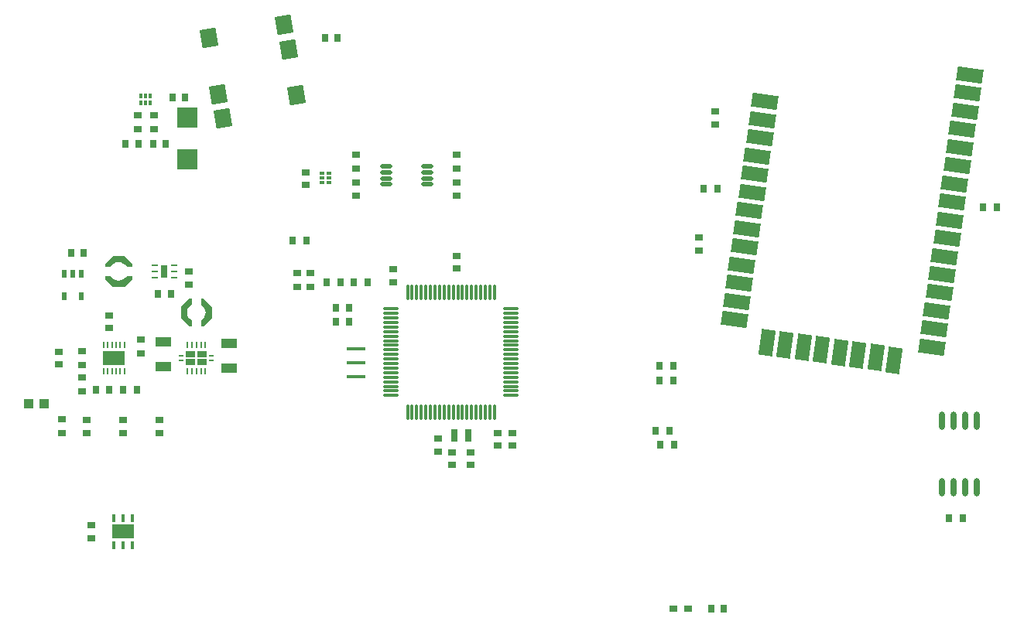
<source format=gtp>
%FSLAX44Y44*%
%MOMM*%
G71*
G01*
G75*
G04 Layer_Color=8421504*
%ADD10C,0.7620*%
G04:AMPARAMS|DCode=11|XSize=2mm|YSize=1.75mm|CornerRadius=0mm|HoleSize=0mm|Usage=FLASHONLY|Rotation=279.640|XOffset=0mm|YOffset=0mm|HoleType=Round|Shape=Rectangle|*
%AMROTATEDRECTD11*
4,1,4,-1.0301,0.8394,0.6952,1.1324,1.0301,-0.8394,-0.6952,-1.1324,-1.0301,0.8394,0.0*
%
%ADD11ROTATEDRECTD11*%

%ADD12R,2.3000X2.3000*%
%ADD13R,0.8000X0.9000*%
%ADD14O,1.7500X0.3000*%
%ADD15R,0.7000X0.9000*%
%ADD16R,0.9000X0.7000*%
%ADD17R,0.9000X0.8000*%
%ADD18R,0.4900X0.3000*%
%ADD19R,0.5200X0.3000*%
%ADD20R,1.7000X1.1000*%
%ADD21C,0.4000*%
%ADD22R,1.0000X1.0000*%
%ADD23R,0.7000X1.4000*%
%ADD24R,0.5500X0.9500*%
%ADD25O,0.2800X0.8500*%
%ADD26R,2.4000X1.6500*%
%ADD27R,0.7000X0.3000*%
%ADD28R,1.0000X1.6000*%
%ADD29R,0.4500X0.8500*%
%ADD30R,2.4000X1.5000*%
%ADD31R,0.8500X0.7000*%
%ADD32O,0.7000X2.0000*%
%ADD33O,1.3500X0.4500*%
%ADD34R,2.0000X0.4000*%
G04:AMPARAMS|DCode=35|XSize=1.524mm|YSize=2.8448mm|CornerRadius=0mm|HoleSize=0mm|Usage=FLASHONLY|Rotation=82.000|XOffset=0mm|YOffset=0mm|HoleType=Round|Shape=Rectangle|*
%AMROTATEDRECTD35*
4,1,4,1.3025,-0.9525,-1.5146,-0.5566,-1.3025,0.9525,1.5146,0.5566,1.3025,-0.9525,0.0*
%
%ADD35ROTATEDRECTD35*%

G04:AMPARAMS|DCode=36|XSize=1.524mm|YSize=2.8448mm|CornerRadius=0mm|HoleSize=0mm|Usage=FLASHONLY|Rotation=352.000|XOffset=0mm|YOffset=0mm|HoleType=Round|Shape=Rectangle|*
%AMROTATEDRECTD36*
4,1,4,-0.9525,-1.3025,-0.5566,1.5146,0.9525,1.3025,0.5566,-1.5146,-0.9525,-1.3025,0.0*
%
%ADD36ROTATEDRECTD36*%

%ADD37O,0.3000X1.7500*%
%ADD38R,0.2500X0.7000*%
%ADD39R,2.3800X1.6500*%
%ADD40R,0.3000X0.4900*%
%ADD41R,0.3000X0.5200*%
%ADD42C,0.1905*%
%ADD43C,0.4064*%
%ADD44C,0.5080*%
%ADD45C,0.2540*%
%ADD46C,0.3048*%
%ADD47C,0.2032*%
%ADD48C,0.6096*%
%ADD49C,1.0160*%
%ADD50C,0.3556*%
%ADD51C,1.2700*%
%ADD52R,0.7000X0.2800*%
%ADD53R,1.5000X1.5000*%
%ADD54C,1.5000*%
%ADD55C,1.8500*%
%ADD56R,1.8500X1.8500*%
%ADD57R,1.5000X1.5000*%
%ADD58C,1.2700*%
%ADD59R,1.2700X1.2700*%
%ADD60C,1.5240*%
%ADD61C,2.9000*%
%ADD62C,0.6350*%
%ADD63C,0.9000*%
%ADD64C,0.7000*%
%ADD65C,0.5000*%
%ADD66C,0.6350*%
G04:AMPARAMS|DCode=67|XSize=0.65mm|YSize=1.35mm|CornerRadius=0mm|HoleSize=0mm|Usage=FLASHONLY|Rotation=13.600|XOffset=0mm|YOffset=0mm|HoleType=Round|Shape=Rectangle|*
%AMROTATEDRECTD67*
4,1,4,-0.1572,-0.7325,-0.4746,0.5797,0.1572,0.7325,0.4746,-0.5797,-0.1572,-0.7325,0.0*
%
%ADD67ROTATEDRECTD67*%

G04:AMPARAMS|DCode=68|XSize=0.4mm|YSize=1.35mm|CornerRadius=0mm|HoleSize=0mm|Usage=FLASHONLY|Rotation=13.600|XOffset=0mm|YOffset=0mm|HoleType=Round|Shape=Rectangle|*
%AMROTATEDRECTD68*
4,1,4,-0.0357,-0.7031,-0.3531,0.6090,0.0357,0.7031,0.3531,-0.6090,-0.0357,-0.7031,0.0*
%
%ADD68ROTATEDRECTD68*%

G04:AMPARAMS|DCode=69|XSize=0.825mm|YSize=1.15mm|CornerRadius=0mm|HoleSize=0mm|Usage=FLASHONLY|Rotation=13.600|XOffset=0mm|YOffset=0mm|HoleType=Round|Shape=Rectangle|*
%AMROTATEDRECTD69*
4,1,4,-0.2657,-0.6559,-0.5361,0.4619,0.2657,0.6559,0.5361,-0.4619,-0.2657,-0.6559,0.0*
%
%ADD69ROTATEDRECTD69*%

G04:AMPARAMS|DCode=70|XSize=0.775mm|YSize=1.15mm|CornerRadius=0mm|HoleSize=0mm|Usage=FLASHONLY|Rotation=13.600|XOffset=0mm|YOffset=0mm|HoleType=Round|Shape=Rectangle|*
%AMROTATEDRECTD70*
4,1,4,-0.2414,-0.6500,-0.5118,0.4678,0.2414,0.6500,0.5118,-0.4678,-0.2414,-0.6500,0.0*
%
%ADD70ROTATEDRECTD70*%

G04:AMPARAMS|DCode=71|XSize=1.2mm|YSize=1.55mm|CornerRadius=0mm|HoleSize=0mm|Usage=FLASHONLY|Rotation=13.600|XOffset=0mm|YOffset=0mm|HoleType=Round|Shape=Rectangle|*
%AMROTATEDRECTD71*
4,1,4,-0.4009,-0.8943,-0.7654,0.6122,0.4009,0.8943,0.7654,-0.6122,-0.4009,-0.8943,0.0*
%
%ADD71ROTATEDRECTD71*%

G04:AMPARAMS|DCode=72|XSize=2.51mm|YSize=1mm|CornerRadius=0mm|HoleSize=0mm|Usage=FLASHONLY|Rotation=13.600|XOffset=0mm|YOffset=0mm|HoleType=Round|Shape=Rectangle|*
%AMROTATEDRECTD72*
4,1,4,-1.1022,-0.7811,-1.3374,0.1909,1.1022,0.7811,1.3374,-0.1909,-1.1022,-0.7811,0.0*
%
%ADD72ROTATEDRECTD72*%

G04:AMPARAMS|DCode=73|XSize=1.2mm|YSize=2.1mm|CornerRadius=0mm|HoleSize=0mm|Usage=FLASHONLY|Rotation=13.600|XOffset=0mm|YOffset=0mm|HoleType=Round|Shape=Rectangle|*
%AMROTATEDRECTD73*
4,1,4,-0.3363,-1.1617,-0.8301,0.8795,0.3363,1.1617,0.8301,-0.8795,-0.3363,-1.1617,0.0*
%
%ADD73ROTATEDRECTD73*%

%ADD74C,0.0000*%
%ADD75C,0.1000*%
%ADD76C,0.2500*%
%ADD77C,0.6000*%
%ADD78C,0.0127*%
%ADD79C,0.2000*%
%ADD80C,0.1500*%
%ADD81R,0.4572X1.7018*%
%ADD82R,0.5842X0.1651*%
%ADD83R,0.6502X0.1854*%
%ADD84R,1.0500X0.6800*%
%ADD85R,0.5000X0.2600*%
%ADD86R,0.8000X1.4000*%
%ADD87O,0.2300X0.8000*%
%ADD88R,0.6500X0.2500*%
%ADD89R,0.0000X0.6000*%
G36*
X-374997Y34575D02*
X-374996Y34572D01*
X-374996D01*
X-375000Y34576D01*
X-374997Y34575D01*
D02*
G37*
G36*
X-378200Y34576D02*
X-378200Y34576D01*
X-374996Y34572D01*
D01*
X-374999Y28236D01*
X-374996Y28232D01*
Y28232D01*
X-374997Y28229D01*
X-374999Y28229D01*
Y28229D01*
X-374998Y28229D01*
X-374999Y28229D01*
Y28236D01*
X-375036Y28296D01*
X-375037Y28295D01*
X-374999Y28229D01*
D01*
X-375042Y28303D01*
X-377129Y26701D01*
X-378732Y24613D01*
X-379739Y22181D01*
X-380083Y19572D01*
X-379739Y16962D01*
X-378732Y14531D01*
X-377129Y12443D01*
X-375042Y10841D01*
X-375021Y10873D01*
X-375021Y10873D01*
X-374998Y10915D01*
X-374996Y10912D01*
X-375000Y4568D01*
D01*
X-378202Y4569D01*
X-378203Y4569D01*
X-387004Y13372D01*
X-387003Y13369D01*
X-387005Y13372D01*
X-387005Y13372D01*
X-387004Y13372D01*
X-387003Y25774D01*
X-387004Y25772D01*
X-387003Y25775D01*
Y25774D01*
X-387003Y25775D01*
X-378200Y34576D01*
X-378203Y34575D01*
X-378200Y34576D01*
X-378200Y34576D01*
D02*
G37*
G36*
X-439997Y59575D02*
X-439996Y59572D01*
X-439996D01*
X-440000Y59576D01*
X-439997Y59575D01*
D02*
G37*
G36*
X-365000Y34576D02*
D01*
X-361798Y34575D01*
X-361800Y34576D01*
X-361797Y34575D01*
X-361798D01*
X-361797Y34575D01*
X-352996Y25772D01*
X-352997Y25775D01*
X-352996Y25772D01*
X-352996D01*
X-352996Y25772D01*
Y25772D01*
X-352996Y25772D01*
X-352997Y13370D01*
X-352997Y13369D01*
X-361800Y4568D01*
X-361800Y4568D01*
X-365004Y4572D01*
X-365000Y4568D01*
X-365000D01*
X-365003Y4569D01*
X-365004Y4572D01*
X-365004D01*
D01*
X-365002Y10907D01*
X-365004Y10912D01*
X-365003Y10915D01*
X-365002Y10915D01*
Y10914D01*
X-365002Y10915D01*
X-365002Y10914D01*
Y10907D01*
X-364980Y10873D01*
X-364979Y10873D01*
X-365002Y10914D01*
Y10914D01*
X-364958Y10841D01*
X-362871Y12443D01*
X-361268Y14531D01*
X-360261Y16962D01*
X-359918Y19572D01*
X-360261Y22181D01*
X-361268Y24613D01*
X-362871Y26701D01*
X-364958Y28303D01*
X-364990Y28253D01*
X-364990Y28253D01*
X-365002Y28229D01*
X-365002Y28229D01*
X-365003Y28229D01*
X-365004Y28232D01*
X-365002Y28229D01*
X-365002Y28229D01*
X-365004Y28232D01*
X-365000Y34576D01*
X-365004Y34572D01*
X-365003Y34575D01*
X-365000Y34576D01*
Y34576D01*
D02*
G37*
G36*
X-352997Y13369D02*
Y13370D01*
X-352996Y13372D01*
X-352997Y13369D01*
D02*
G37*
G36*
X-374997Y4569D02*
X-375000Y4568D01*
Y4568D01*
X-374996Y4572D01*
X-374997Y4569D01*
D02*
G37*
G36*
X-378202D02*
X-378200Y4568D01*
X-378203Y4569D01*
X-378202D01*
D02*
G37*
G36*
X-374997Y10915D02*
X-374996Y10912D01*
Y10912D01*
X-374998Y10915D01*
X-374998Y10915D01*
X-374999Y10915D01*
X-374997Y10915D01*
D02*
G37*
G36*
X-361800Y4568D02*
X-361800Y4568D01*
X-361797Y4569D01*
X-361800Y4568D01*
D02*
G37*
G36*
X-446343Y59574D02*
X-446343Y59574D01*
X-446340Y59576D01*
X-439996Y59572D01*
D01*
X-439997Y56370D01*
X-439996Y56372D01*
X-439997Y56369D01*
Y56370D01*
X-439997Y56369D01*
X-448800Y47568D01*
X-448797Y47569D01*
X-448800Y47568D01*
X-448800Y47568D01*
X-448800Y47568D01*
X-461202Y47569D01*
X-461200Y47568D01*
X-461203Y47569D01*
X-461202D01*
X-461203Y47569D01*
X-470004Y56371D01*
X-470003Y56369D01*
X-470004Y56372D01*
X-470004Y56371D01*
X-470004Y56372D01*
X-470000Y59576D01*
X-470004Y59572D01*
X-470003Y59575D01*
X-470000Y59576D01*
Y59576D01*
D01*
X-463664Y59573D01*
X-463660Y59576D01*
X-463660D01*
X-463657Y59575D01*
X-463657Y59573D01*
X-463658D01*
X-463731Y59530D01*
X-462129Y57443D01*
X-460041Y55840D01*
X-457610Y54833D01*
X-455000Y54489D01*
X-452391Y54833D01*
X-449959Y55840D01*
X-447871Y57443D01*
X-446269Y59530D01*
X-446301Y59551D01*
X-446301Y59551D01*
X-446343Y59574D01*
X-446343Y59573D01*
X-446343Y59575D01*
X-446340Y59576D01*
X-446340D01*
X-446343Y59574D01*
D02*
G37*
G36*
X-439996Y72772D02*
X-439996Y72772D01*
X-439997Y72775D01*
X-439996Y72772D01*
D02*
G37*
G36*
X-470003Y72774D02*
X-470004Y72772D01*
X-470003Y72775D01*
Y72774D01*
D02*
G37*
G36*
X-461200Y81576D02*
X-461200D01*
Y81576D01*
X-461200Y81576D01*
D02*
G37*
G36*
X-448797Y81575D02*
X-448798D01*
X-448800Y81576D01*
X-448797Y81575D01*
D02*
G37*
G36*
X-461200Y81576D02*
X-448798Y81575D01*
X-448797Y81575D01*
X-439996Y72772D01*
X-439996Y72772D01*
X-440000Y69568D01*
D01*
X-446336Y69570D01*
X-446301Y69592D01*
X-446301Y69593D01*
X-446342Y69570D01*
X-446342D01*
X-446343Y69570D01*
X-446342Y69570D01*
X-446336D01*
X-446340Y69568D01*
X-446343Y69569D01*
X-446343Y69570D01*
X-446342D01*
X-446269Y69614D01*
X-447871Y71701D01*
X-449959Y73304D01*
X-452391Y74311D01*
X-455000Y74654D01*
X-457610Y74311D01*
X-460041Y73304D01*
X-462129Y71701D01*
X-463731Y69614D01*
X-463681Y69582D01*
X-463681Y69582D01*
X-463657Y69570D01*
X-463660Y69568D01*
X-470004Y69572D01*
D01*
X-470003Y72774D01*
X-470003Y72775D01*
X-461200Y81576D01*
X-461203Y81575D01*
X-461200Y81576D01*
X-461200Y81576D01*
D02*
G37*
G36*
X-463657Y69569D02*
X-463660Y69568D01*
X-463657Y69570D01*
X-463657Y69570D01*
X-463657Y69570D01*
X-463657Y69569D01*
D02*
G37*
G36*
X-470004Y69572D02*
X-470000Y69568D01*
X-470003Y69569D01*
X-470004Y69572D01*
X-470004D01*
D02*
G37*
G36*
X-439996Y69572D02*
X-439997Y69569D01*
X-440000Y69568D01*
Y69568D01*
X-439996Y69572D01*
Y69572D01*
D02*
G37*
%LPC*%
G36*
X-463657Y59574D02*
X-463658Y59573D01*
X-463664D01*
X-463724Y59536D01*
X-463723Y59535D01*
X-463658Y59573D01*
D01*
X-463657Y59574D01*
D02*
G37*
%LPD*%
D11*
X-345622Y257894D02*
D03*
X-341268Y232261D02*
D03*
X-356255Y320497D02*
D03*
X-260873Y257581D02*
D03*
X-269329Y307368D02*
D03*
X-273934Y334480D02*
D03*
D12*
X-380000Y187500D02*
D03*
Y232500D02*
D03*
D13*
X-433404Y204012D02*
D03*
X-417404Y204012D02*
D03*
X-203000Y9572D02*
D03*
X-217000D02*
D03*
X-203000Y25000D02*
D03*
X-217000D02*
D03*
X-215500Y320000D02*
D03*
X-229500D02*
D03*
X-382276Y255108D02*
D03*
X-396276D02*
D03*
X-507000Y84572D02*
D03*
X-493000D02*
D03*
X-398000Y39572D02*
D03*
X-412000D02*
D03*
X-447404Y204012D02*
D03*
X-403404Y204012D02*
D03*
X207000Y-305000D02*
D03*
X193000D02*
D03*
D14*
X-157190Y8624D02*
D03*
Y18624D02*
D03*
Y-71376D02*
D03*
Y-61376D02*
D03*
Y-66376D02*
D03*
Y-46376D02*
D03*
Y-51376D02*
D03*
Y-56376D02*
D03*
Y-26376D02*
D03*
Y-16376D02*
D03*
Y-21376D02*
D03*
Y-41376D02*
D03*
Y-31376D02*
D03*
Y-36376D02*
D03*
Y3624D02*
D03*
Y13624D02*
D03*
Y-11376D02*
D03*
Y-1376D02*
D03*
Y-6376D02*
D03*
Y23624D02*
D03*
X-25690Y-56376D02*
D03*
Y-46376D02*
D03*
Y-51376D02*
D03*
Y-71376D02*
D03*
Y-61376D02*
D03*
Y-66376D02*
D03*
Y-36376D02*
D03*
Y-41376D02*
D03*
Y-31376D02*
D03*
Y-11376D02*
D03*
Y-1376D02*
D03*
Y-6376D02*
D03*
Y-26376D02*
D03*
Y-16376D02*
D03*
Y-21376D02*
D03*
Y8624D02*
D03*
Y13624D02*
D03*
Y3624D02*
D03*
Y23624D02*
D03*
Y18624D02*
D03*
D15*
X-249548Y98044D02*
D03*
X-264548D02*
D03*
X-227500Y52500D02*
D03*
X-212500D02*
D03*
X-182500D02*
D03*
X-197500D02*
D03*
X152788Y-125476D02*
D03*
X137788D02*
D03*
X147708Y-110236D02*
D03*
X132708D02*
D03*
X136772Y-55372D02*
D03*
X151772D02*
D03*
X136772Y-39116D02*
D03*
X151772D02*
D03*
X453628Y-205740D02*
D03*
X468628D02*
D03*
X505340Y134620D02*
D03*
X490340D02*
D03*
X-465000Y-65428D02*
D03*
X-480000D02*
D03*
X185000Y155000D02*
D03*
X200000D02*
D03*
X-435000Y-65428D02*
D03*
X-450000D02*
D03*
D16*
X-260000Y62500D02*
D03*
Y47500D02*
D03*
X-85000Y162072D02*
D03*
Y147072D02*
D03*
X-85000Y177072D02*
D03*
Y192072D02*
D03*
X-195000Y177072D02*
D03*
Y192072D02*
D03*
X-195000Y162072D02*
D03*
Y147072D02*
D03*
X-416532Y220112D02*
D03*
Y235112D02*
D03*
X-430784Y-25280D02*
D03*
Y-10280D02*
D03*
X-517144Y-112656D02*
D03*
Y-97656D02*
D03*
X-410000Y-97928D02*
D03*
Y-112928D02*
D03*
X-450000Y-97928D02*
D03*
Y-112928D02*
D03*
X-490000Y-97928D02*
D03*
Y-112928D02*
D03*
X-495300Y-66428D02*
D03*
Y-51428D02*
D03*
X-433804Y220112D02*
D03*
Y235112D02*
D03*
X180000Y102072D02*
D03*
Y87072D02*
D03*
X-495000Y-37928D02*
D03*
Y-22928D02*
D03*
X-245000Y62500D02*
D03*
Y47500D02*
D03*
D17*
X-155000Y52572D02*
D03*
Y66572D02*
D03*
X-85000Y81572D02*
D03*
Y67572D02*
D03*
X-105664Y-132476D02*
D03*
Y-118476D02*
D03*
X-24384Y-112380D02*
D03*
Y-126380D02*
D03*
X-40640Y-126380D02*
D03*
Y-112380D02*
D03*
X-249936Y159116D02*
D03*
Y173116D02*
D03*
X-520000Y-37428D02*
D03*
Y-23428D02*
D03*
X-485000Y-213428D02*
D03*
Y-227428D02*
D03*
X-90000Y-147428D02*
D03*
Y-133428D02*
D03*
X197500Y239500D02*
D03*
Y225500D02*
D03*
X-70000Y-147428D02*
D03*
Y-133428D02*
D03*
X-465000Y16572D02*
D03*
Y2572D02*
D03*
X-378206Y50404D02*
D03*
Y64404D02*
D03*
D18*
X-224750Y172132D02*
D03*
Y167132D02*
D03*
Y162132D02*
D03*
X-232450D02*
D03*
Y167132D02*
D03*
D19*
Y172132D02*
D03*
D20*
X-406400Y-39408D02*
D03*
Y-12408D02*
D03*
X-334264Y-41440D02*
D03*
Y-14440D02*
D03*
D21*
X-356538Y19572D02*
D03*
X-383208D02*
D03*
X-455000Y51364D02*
D03*
Y78034D02*
D03*
D22*
X-553076Y-80772D02*
D03*
X-536076D02*
D03*
D23*
X-87500Y-115428D02*
D03*
X-72500D02*
D03*
D24*
X-514500Y37572D02*
D03*
X-495500D02*
D03*
X-514500Y61572D02*
D03*
X-505000D02*
D03*
X-495500D02*
D03*
D29*
X-460000Y-234928D02*
D03*
Y-205928D02*
D03*
X-450000Y-234928D02*
D03*
X-440000D02*
D03*
X-450000Y-205928D02*
D03*
X-440000D02*
D03*
D30*
X-450000Y-220428D02*
D03*
D31*
X152250Y-305000D02*
D03*
X167750D02*
D03*
D32*
X471350Y-171678D02*
D03*
X445950D02*
D03*
X458650D02*
D03*
X484050D02*
D03*
X445950Y-99178D02*
D03*
X458650D02*
D03*
X471350D02*
D03*
X484050D02*
D03*
D33*
X-162250Y159822D02*
D03*
Y172822D02*
D03*
Y166322D02*
D03*
Y179322D02*
D03*
X-117750Y159822D02*
D03*
Y166322D02*
D03*
Y179322D02*
D03*
Y172822D02*
D03*
D34*
X-195000Y-35428D02*
D03*
Y-50428D02*
D03*
Y-20428D02*
D03*
D35*
X218360Y11939D02*
D03*
X221153Y31810D02*
D03*
X223946Y51681D02*
D03*
X226738Y71551D02*
D03*
X229531Y91422D02*
D03*
X232323Y111293D02*
D03*
X235116Y131164D02*
D03*
X237909Y151034D02*
D03*
X240701Y170905D02*
D03*
X243494Y190776D02*
D03*
X246287Y210646D02*
D03*
X249079Y230517D02*
D03*
X251872Y250388D02*
D03*
X434423Y-18427D02*
D03*
X437215Y1444D02*
D03*
X440008Y21315D02*
D03*
X442801Y41186D02*
D03*
X445593Y61056D02*
D03*
X448386Y80927D02*
D03*
X451179Y100798D02*
D03*
X453971Y120669D02*
D03*
X456764Y140539D02*
D03*
X459557Y160410D02*
D03*
X462349Y180281D02*
D03*
X465142Y200152D02*
D03*
X467935Y220022D02*
D03*
X470727Y239893D02*
D03*
X473520Y259764D02*
D03*
X476313Y279634D02*
D03*
D36*
X273958Y-15881D02*
D03*
X313699Y-21467D02*
D03*
X293828Y-18674D02*
D03*
X254087Y-13089D02*
D03*
X393182Y-32637D02*
D03*
X333570Y-24259D02*
D03*
X373311Y-29844D02*
D03*
X353440Y-27052D02*
D03*
D37*
X-138940Y-89626D02*
D03*
X-133940D02*
D03*
X-118940D02*
D03*
X-128940D02*
D03*
X-123940D02*
D03*
X-103940D02*
D03*
X-113940D02*
D03*
X-108940D02*
D03*
X-133940Y41874D02*
D03*
X-128940D02*
D03*
X-123940D02*
D03*
X-138940D02*
D03*
X-108940D02*
D03*
X-103940D02*
D03*
X-118940D02*
D03*
X-113940D02*
D03*
X-58940Y-89626D02*
D03*
X-68940D02*
D03*
X-63940D02*
D03*
X-43940D02*
D03*
X-53940D02*
D03*
X-48940D02*
D03*
X-88940D02*
D03*
X-98940D02*
D03*
X-93940D02*
D03*
X-73940D02*
D03*
X-83940D02*
D03*
X-78940D02*
D03*
X-98940Y41874D02*
D03*
X-93940D02*
D03*
X-88940D02*
D03*
X-83940D02*
D03*
X-68940D02*
D03*
X-78940D02*
D03*
X-73940D02*
D03*
X-53940D02*
D03*
X-63940D02*
D03*
X-58940D02*
D03*
X-48940D02*
D03*
X-43940D02*
D03*
D38*
X-471250Y-44428D02*
D03*
X-466750D02*
D03*
X-471250Y-16428D02*
D03*
X-466750D02*
D03*
X-462250Y-44428D02*
D03*
X-457750D02*
D03*
X-453250D02*
D03*
X-448750D02*
D03*
X-462250Y-16428D02*
D03*
X-457750D02*
D03*
X-453250D02*
D03*
X-448750D02*
D03*
D39*
X-460000Y-30428D02*
D03*
D40*
X-430676Y249162D02*
D03*
Y256862D02*
D03*
X-420676Y249162D02*
D03*
X-425676D02*
D03*
Y256862D02*
D03*
D41*
X-420676D02*
D03*
D84*
X-376350Y-34928D02*
D03*
X-376350Y-25928D02*
D03*
X-363650Y-34928D02*
D03*
X-363650Y-25928D02*
D03*
D85*
X-386300Y-32929D02*
D03*
X-386300Y-27928D02*
D03*
X-353700Y-32928D02*
D03*
X-353700Y-27928D02*
D03*
D86*
X-404997Y64572D02*
D03*
D87*
X-380000Y-45178D02*
D03*
X-375000Y-15678D02*
D03*
X-380000D02*
D03*
X-370000Y-45178D02*
D03*
X-360000D02*
D03*
X-365000D02*
D03*
X-375000D02*
D03*
X-370000Y-15678D02*
D03*
X-365000D02*
D03*
X-360000D02*
D03*
D88*
X-415500Y58072D02*
D03*
Y64572D02*
D03*
Y71072D02*
D03*
X-394500Y58072D02*
D03*
Y64572D02*
D03*
Y71072D02*
D03*
D89*
X-405000Y64572D02*
D03*
M02*

</source>
